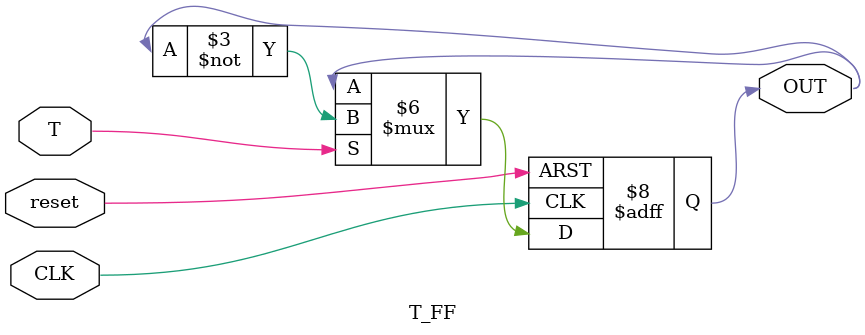
<source format=v>
`include "counter_design.v"
module TOP (CLK,OUT,reset);
  input CLK,reset;
  reg CLK_new;
  counter_design uut (
		.clk(CLK),
        .out(CLK_new), 
		.reset(reset)
	);
  output [3:0] OUT;
  wire [1:0]nine_yet_op;
//   reg [31:0] int_count;
  NINE_YET m(OUT,nine_yet_op);
  T_FF Q0(CLK_new,1'b1,OUT[0],reset);
  T_FF Q1(nine_yet_op[0],1'b1,OUT[1],reset);
  T_FF Q2(~OUT[1],1'b1,OUT[2],reset);
  T_FF Q3(nine_yet_op[1],1'b1,OUT[3],reset);
endmodule

module NINE_YET (IN,OUT);
  input  [3:0] IN;
  output reg [1:0]OUT;
  always @ ( * ) begin
    if(IN==9) OUT<=2'b01; //Q[3] should be toggled the next cycle, Q[2] should not
    else OUT<={~IN[2],~IN[0]}; //just pass Q` of Tff[2] and Tff[0]
  end
endmodule



module T_FF (CLK,T,OUT,reset);
  input CLK,T,reset;
  output reg OUT=0;
  always @ ( posedge CLK or posedge reset ) begin
    if(reset==0)
    begin
        if(T) OUT<=~OUT;
        else  OUT<=OUT;
    end
    else begin
        OUT<=0;
    end
  end
endmodule


// module T_FF(clk,reset,q);

// output q;
// input clk, reset;
// wire d;

// D_FF dff_0 (q,d,clk,reset);
// not n1(d,q);

// endmodule

// module D_FF(q,d,clk,reset);
// output q;
// input d, clk,reset;
// reg q; 

// always@(posedge reset or negedge clk)
// begin
// 	if(reset)
// 		q<=1'b0;
// 	else
//   		q<=d;
// end
// endmodule
</source>
